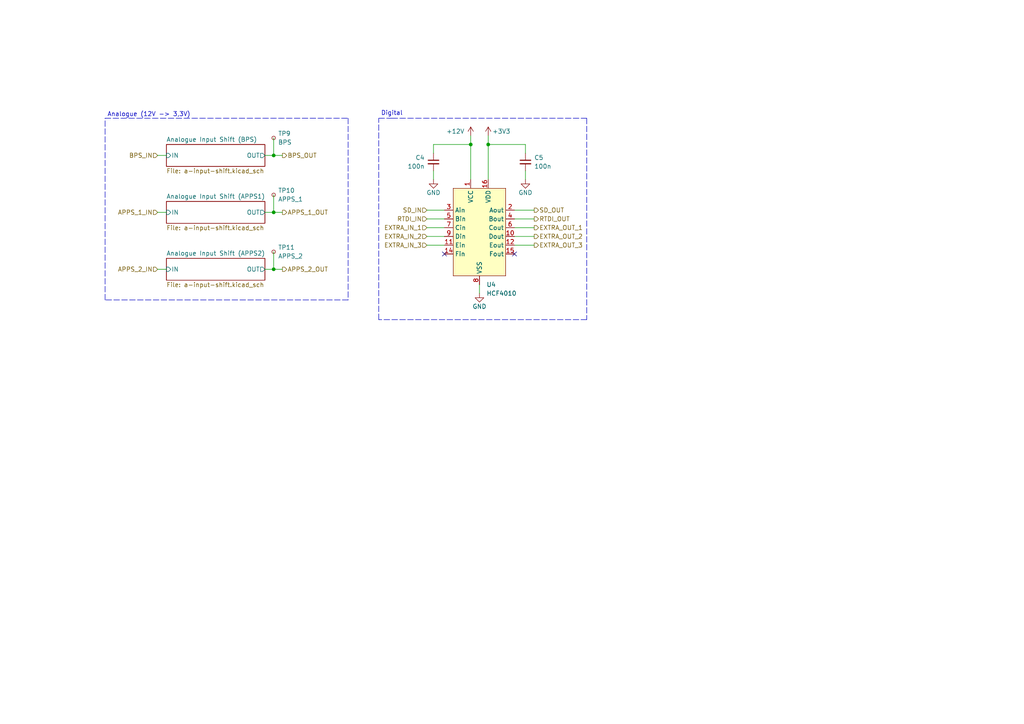
<source format=kicad_sch>
(kicad_sch (version 20211123) (generator eeschema)
  (paper "A4")
  (title_block (title "VCU") (date "2022-10-07") (rev "1.1") (company "SUFST"))
  (lib_symbols
    (symbol "Connector:TestPoint_Small" (pin_numbers hide) (pin_names (offset 0.762) hide)
      (property "Reference" "TP" (at 0 3.81 0))
      (property "Value" "TestPoint_Small" (at 0 2.032 0))
      (symbol "TestPoint_Small_0_1"
        (circle (center 0 0) (radius 0.508))
      )
      (symbol "TestPoint_Small_1_1"
        (pin passive line (at 0 0 90) (length 0) (name "1") (number "1"))
      )
    )
    (symbol "Device:C_Small" (pin_numbers hide) (pin_names (offset 0.254) hide)
      (property "Reference" "C" (at 0.254 1.778 0))
      (property "Value" "C_Small" (at 0.254 -2.032 0))
      (symbol "C_Small_0_1"
        (polyline (pts (xy -1.524 -0.508) (xy 1.524 -0.508)) (stroke (width 0.3302)))
        (polyline (pts (xy -1.524 0.508) (xy 1.524 0.508)) (stroke (width 0.3048)))
      )
      (symbol "C_Small_1_1"
        (pin passive line (at 0 2.54 270) (length 2.032) (name "~") (number "1"))
        (pin passive line (at 0 -2.54 90) (length 2.032) (name "~") (number "2"))
      )
    )
    (symbol "SUFST:HCF4010"
      (property "Reference" "U4" (at 2.0194 -12.7 0))
      (property "Value" "HCF4010" (at 2.0194 -15.24 0))
      (symbol "HCF4010_0_0"
        (pin power_in line (at -2.54 17.78 270) (length 2.54) (name "VCC") (number "1"))
        (pin output line (at 10.16 1.27 180) (length 2.54) (name "Dout") (number "10"))
        (pin input line (at -10.16 -1.27 0) (length 2.54) (name "Ein") (number "11"))
        (pin output line (at 10.16 -1.27 180) (length 2.54) (name "Eout") (number "12"))
        (pin input line (at -10.16 -3.81 0) (length 2.54) (name "Fin") (number "14"))
        (pin output line (at 10.16 -3.81 180) (length 2.54) (name "Fout") (number "15"))
        (pin power_in line (at 2.54 17.78 270) (length 2.54) (name "VDD") (number "16"))
        (pin output line (at 10.16 8.89 180) (length 2.54) (name "Aout") (number "2"))
        (pin input line (at -10.16 8.89 0) (length 2.54) (name "Ain") (number "3"))
        (pin output line (at 10.16 6.35 180) (length 2.54) (name "Bout") (number "4"))
        (pin input line (at -10.16 6.35 0) (length 2.54) (name "Bin") (number "5"))
        (pin output line (at 10.16 3.81 180) (length 2.54) (name "Cout") (number "6"))
        (pin input line (at -10.16 3.81 0) (length 2.54) (name "Cin") (number "7"))
        (pin power_in line (at 0 -12.7 90) (length 2.54) (name "VSS") (number "8"))
        (pin input line (at -10.16 1.27 0) (length 2.54) (name "Din") (number "9"))
      )
      (symbol "HCF4010_0_1"
        (rectangle (start -7.62 15.24) (end 7.62 -10.16) (fill (type background)))
      )
      (symbol "HCF4010_1_1"
        (pin no_connect line (at 7.62 -8.255 180) (length 2.54) hide (name "NC") (number "13"))
      )
    )
    (symbol "power:+12V" (power) (pin_names (offset 0))
      (property "Value" "+12V" (at 0 3.556 0))
      (symbol "+12V_0_1"
        (polyline (pts (xy -0.762 1.27) (xy 0 2.54)))
        (polyline (pts (xy 0 0) (xy 0 2.54)))
        (polyline (pts (xy 0 2.54) (xy 0.762 1.27)))
      )
      (symbol "+12V_1_1"
        (pin power_in line (at 0 0 90) (length 0) hide (name "+12V") (number "1"))
      )
    )
    (symbol "power:+3V3" (power) (pin_names (offset 0))
      (property "Value" "+3V3" (at 0 3.556 0))
      (symbol "+3V3_0_1"
        (polyline (pts (xy -0.762 1.27) (xy 0 2.54)))
        (polyline (pts (xy 0 0) (xy 0 2.54)))
        (polyline (pts (xy 0 2.54) (xy 0.762 1.27)))
      )
      (symbol "+3V3_1_1"
        (pin power_in line (at 0 0 90) (length 0) hide (name "+3V3") (number "1"))
      )
    )
    (symbol "power:GND" (power) (pin_names (offset 0))
      (property "Value" "GND" (at 0 -3.81 0))
      (symbol "GND_0_1"
        (polyline (pts (xy 0 0) (xy 0 -1.27) (xy 1.27 -1.27) (xy 0 -2.54) (xy -1.27 -1.27) (xy 0 -1.27)))
      )
      (symbol "GND_1_1"
        (pin power_in line (at 0 0 270) (length 0) hide (name "GND") (number "1"))
      )
    )
  )
  (junction (at 141.605 41.91))
  (junction (at 79.375 45.085))
  (junction (at 79.375 61.595))
  (junction (at 136.525 41.91))
  (junction (at 79.375 78.105))
  (no_connect (at 149.225 73.66))
  (no_connect (at 128.905 73.66))
  (polyline (pts (xy 100.965 86.995) (xy 30.48 86.995)))
  (wire (pts (xy 45.72 78.105) (xy 48.26 78.105)))
  (polyline (pts (xy 170.18 92.71) (xy 109.855 92.71)))
  (wire (pts (xy 79.375 45.085) (xy 81.915 45.085)))
  (wire (pts (xy 149.225 63.5) (xy 154.94 63.5)))
  (wire (pts (xy 123.825 63.5) (xy 128.905 63.5)))
  (wire (pts (xy 152.4 44.45) (xy 152.4 41.91)))
  (wire (pts (xy 123.825 66.04) (xy 128.905 66.04)))
  (wire (pts (xy 76.835 78.105) (xy 79.375 78.105)))
  (wire (pts (xy 149.225 71.12) (xy 154.94 71.12)))
  (polyline (pts (xy 109.855 92.71) (xy 109.855 34.29)))
  (wire (pts (xy 141.605 41.91) (xy 141.605 52.07)))
  (wire (pts (xy 79.375 40.005) (xy 79.375 45.085)))
  (wire (pts (xy 125.73 44.45) (xy 125.73 41.91)))
  (wire (pts (xy 79.375 78.105) (xy 81.915 78.105)))
  (wire (pts (xy 141.605 39.37) (xy 141.605 41.91)))
  (wire (pts (xy 76.835 61.595) (xy 79.375 61.595)))
  (wire (pts (xy 45.72 61.595) (xy 48.26 61.595)))
  (wire (pts (xy 123.825 68.58) (xy 128.905 68.58)))
  (wire (pts (xy 149.225 66.04) (xy 154.94 66.04)))
  (polyline (pts (xy 30.48 34.29) (xy 100.965 34.29)))
  (wire (pts (xy 76.835 45.085) (xy 79.375 45.085)))
  (wire (pts (xy 79.375 56.515) (xy 79.375 61.595)))
  (wire (pts (xy 79.375 61.595) (xy 81.915 61.595)))
  (polyline (pts (xy 113.665 34.29) (xy 170.18 34.29)))
  (polyline (pts (xy 109.855 34.29) (xy 113.665 34.29)))
  (wire (pts (xy 149.225 68.58) (xy 154.94 68.58)))
  (wire (pts (xy 45.72 45.085) (xy 48.26 45.085)))
  (wire (pts (xy 139.065 82.55) (xy 139.065 85.09)))
  (wire (pts (xy 125.73 41.91) (xy 136.525 41.91)))
  (wire (pts (xy 136.525 39.37) (xy 136.525 41.91)))
  (polyline (pts (xy 30.48 86.995) (xy 30.48 34.29)))
  (wire (pts (xy 149.225 60.96) (xy 154.94 60.96)))
  (wire (pts (xy 125.73 49.53) (xy 125.73 52.07)))
  (polyline (pts (xy 170.18 34.29) (xy 170.18 92.71)))
  (wire (pts (xy 79.375 73.025) (xy 79.375 78.105)))
  (wire (pts (xy 141.605 41.91) (xy 152.4 41.91)))
  (wire (pts (xy 152.4 49.53) (xy 152.4 52.07)))
  (polyline (pts (xy 100.965 34.29) (xy 100.965 86.995)))
  (wire (pts (xy 136.525 41.91) (xy 136.525 52.07)))
  (wire (pts (xy 123.825 71.12) (xy 128.905 71.12)))
  (wire (pts (xy 128.905 60.96) (xy 123.825 60.96)))
  (text "Analogue (12V -> 3,3V)\n\n\n" (at 31.115 38.1 0) (effects (font (size 1.27 1.27)) (justify left bottom)))
  (text "Digital\n" (at 110.49 33.655 0) (effects (font (size 1.27 1.27)) (justify left bottom)))
  (hierarchical_label "RTDI_IN" (shape input) (at 123.825 63.5 180))
  (hierarchical_label "APPS_1_OUT" (shape output) (at 81.915 61.595 0))
  (hierarchical_label "BPS_IN" (shape input) (at 45.72 45.085 180))
  (hierarchical_label "APPS_2_OUT" (shape output) (at 81.915 78.105 0))
  (hierarchical_label "APPS_2_IN" (shape input) (at 45.72 78.105 180))
  (hierarchical_label "EXTRA_OUT_1" (shape output) (at 154.94 66.04 0))
  (hierarchical_label "SD_OUT" (shape output) (at 154.94 60.96 0))
  (hierarchical_label "EXTRA_IN_2" (shape input) (at 123.825 68.58 180))
  (hierarchical_label "RTDI_OUT" (shape output) (at 154.94 63.5 0))
  (hierarchical_label "EXTRA_IN_1" (shape input) (at 123.825 66.04 180))
  (hierarchical_label "EXTRA_IN_3" (shape input) (at 123.825 71.12 180))
  (hierarchical_label "EXTRA_OUT_3" (shape output) (at 154.94 71.12 0))
  (hierarchical_label "EXTRA_OUT_2" (shape output) (at 154.94 68.58 0))
  (hierarchical_label "APPS_1_IN" (shape input) (at 45.72 61.595 180))
  (hierarchical_label "SD_IN" (shape input) (at 123.825 60.96 180))
  (hierarchical_label "BPS_OUT" (shape output) (at 81.915 45.085 0))
  (symbol (lib_id "power:+3V3") (at 141.605 39.37 0) (unit 1)
    (property "Reference" "#PWR031" (effects hide))
    (property "Value" "+3V3" (at 145.415 38.1 0))
  )
  (symbol (lib_id "Connector:TestPoint_Small") (at 79.375 56.515 0) (unit 1)
    (property "Reference" "TP10" (at 80.645 55.2449 0) (effects (justify left)))
    (property "Value" "APPS_1" (at 80.645 57.7849 0) (effects (justify left)))
    (property "Footprint" "TestPoint:TestPoint_Pad_D1.5mm" (effects hide))
    (property "Order Code" "2293786" (effects hide))
    (property "Supplier" "Farnell" (effects hide))
    (property "Populate" "True" (effects hide))
  )
  (symbol (lib_id "power:GND") (at 125.73 52.07 0) (mirror y) (unit 1)
    (property "Reference" "#PWR028" (effects hide))
    (property "Value" "GND" (at 125.73 55.88 0))
  )
  (symbol (lib_id "Connector:TestPoint_Small") (at 79.375 40.005 0) (unit 1)
    (property "Reference" "TP9" (at 80.645 38.7349 0) (effects (justify left)))
    (property "Value" "BPS" (at 80.645 41.2749 0) (effects (justify left)))
    (property "Footprint" "TestPoint:TestPoint_Pad_D1.5mm" (effects hide))
    (property "Order Code" "2293786" (effects hide))
    (property "Supplier" "Farnell" (effects hide))
    (property "Populate" "True" (effects hide))
  )
  (symbol (lib_id "Device:C_Small") (at 125.73 46.99 0) (mirror y) (unit 1)
    (property "Reference" "C4" (at 123.19 45.72 0) (effects (justify left)))
    (property "Value" "100n" (at 123.19 48.26 0) (effects (justify left)))
    (property "Footprint" "Capacitor_SMD:C_0603_1608Metric_Pad1.08x0.95mm_HandSolder" (effects hide))
    (property "Populate" "True" (effects hide))
    (property "Order Code" "432210" (effects hide))
    (property "Supplier" "Farnell" (effects hide))
  )
  (symbol (lib_id "power:GND") (at 139.065 85.09 0) (unit 1)
    (property "Reference" "#PWR030" (effects hide))
    (property "Value" "GND" (at 139.065 88.9 0))
  )
  (symbol (lib_id "power:GND") (at 152.4 52.07 0) (unit 1)
    (property "Reference" "#PWR032" (effects hide))
    (property "Value" "GND" (at 152.4 55.88 0))
  )
  (symbol (lib_id "power:+12V") (at 136.525 39.37 0) (unit 1)
    (property "Reference" "#PWR029" (effects hide))
    (property "Value" "+12V" (at 132.08 38.1 0))
  )
  (symbol (lib_id "Device:C_Small") (at 152.4 46.99 0) (unit 1)
    (property "Reference" "C5" (at 154.94 45.72 0) (effects (justify left)))
    (property "Value" "100n" (at 154.94 48.26 0) (effects (justify left)))
    (property "Footprint" "Capacitor_SMD:C_0603_1608Metric_Pad1.08x0.95mm_HandSolder" (effects hide))
    (property "Populate" "True" (effects hide))
    (property "Order Code" "432210" (effects hide))
    (property "Supplier" "Farnell" (effects hide))
  )
  (symbol (lib_id "Connector:TestPoint_Small") (at 79.375 73.025 0) (unit 1)
    (property "Reference" "TP11" (at 80.645 71.7549 0) (effects (justify left)))
    (property "Value" "APPS_2" (at 80.645 74.2949 0) (effects (justify left)))
    (property "Footprint" "TestPoint:TestPoint_Pad_D1.5mm" (effects hide))
    (property "Order Code" "2293786" (effects hide))
    (property "Supplier" "Farnell" (effects hide))
    (property "Populate" "True" (effects hide))
  )
  (symbol (lib_id "SUFST:HCF4010") (at 139.065 69.85 0) (unit 1)
    (property "Reference" "U4" (at 141.0844 82.55 0) (effects (justify left)))
    (property "Value" "HCF4010" (at 141.0844 85.09 0) (effects (justify left)))
    (property "Footprint" "Package_SO:SOIC-16_3.9x9.9mm_P1.27mm" (effects hide))
    (property "Datasheet" "https://www.st.com/content/ccc/resource/technical/document/datasheet/a6/35/d1/2f/cf/e8/4f/3b/CD00002637.pdf/files/CD00002637.pdf/jcr:content/translations/en.CD00002637.pdf" (effects hide))
    (property "Supplier" "Mouser" (effects hide))
    (property "Order Code" "511-HCF4010YM013TR" (effects hide))
  )
  (sheet (at 48.26 74.93) (size 28.575 6.35) (stroke (width 0.1524))
    (property "Sheet name" "Analogue Input Shift (APPS2)" (at 48.26 74.2184 0) (effects (justify left bottom)))
    (property "Sheet file" "a-input-shift.kicad_sch" (at 48.26 81.8646 0) (effects (justify left top)))
    (pin "OUT" output (at 76.835 78.105 0))
    (pin "IN" input (at 48.26 78.105 180))
  )
  (sheet (at 48.26 41.91) (size 28.575 6.35) (stroke (width 0.1524))
    (property "Sheet name" "Analogue Input Shift (BPS)" (at 48.26 41.1984 0) (effects (justify left bottom)))
    (property "Sheet file" "a-input-shift.kicad_sch" (at 48.26 48.8446 0) (effects (justify left top)))
    (pin "OUT" output (at 76.835 45.085 0))
    (pin "IN" input (at 48.26 45.085 180))
  )
  (sheet (at 48.26 58.42) (size 28.575 6.35) (stroke (width 0.1524))
    (property "Sheet name" "Analogue Input Shift (APPS1)" (at 48.26 57.7084 0) (effects (justify left bottom)))
    (property "Sheet file" "a-input-shift.kicad_sch" (at 48.26 65.3546 0) (effects (justify left top)))
    (pin "OUT" output (at 76.835 61.595 0))
    (pin "IN" input (at 48.26 61.595 180))
  )
)
</source>
